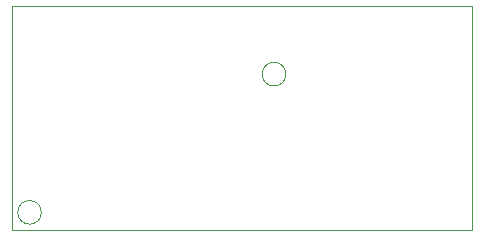
<source format=gbr>
%TF.GenerationSoftware,KiCad,Pcbnew,7.0.11-2.fc38*%
%TF.CreationDate,2024-04-24T16:28:47+02:00*%
%TF.ProjectId,lr_40,6c725f34-302e-46b6-9963-61645f706362,rev?*%
%TF.SameCoordinates,Original*%
%TF.FileFunction,Profile,NP*%
%FSLAX46Y46*%
G04 Gerber Fmt 4.6, Leading zero omitted, Abs format (unit mm)*
G04 Created by KiCad (PCBNEW 7.0.11-2.fc38) date 2024-04-24 16:28:47*
%MOMM*%
%LPD*%
G01*
G04 APERTURE LIST*
%TA.AperFunction,Profile*%
%ADD10C,0.050000*%
%TD*%
G04 APERTURE END LIST*
D10*
X70000000Y-50000000D02*
X109000000Y-50000000D01*
X109000000Y-69000000D01*
X70000000Y-69000000D01*
X70000000Y-50000000D01*
X72500000Y-67500000D02*
G75*
G03*
X70500000Y-67500000I-1000000J0D01*
G01*
X70500000Y-67500000D02*
G75*
G03*
X72500000Y-67500000I1000000J0D01*
G01*
X93200000Y-55800000D02*
G75*
G03*
X91200000Y-55800000I-1000000J0D01*
G01*
X91200000Y-55800000D02*
G75*
G03*
X93200000Y-55800000I1000000J0D01*
G01*
M02*

</source>
